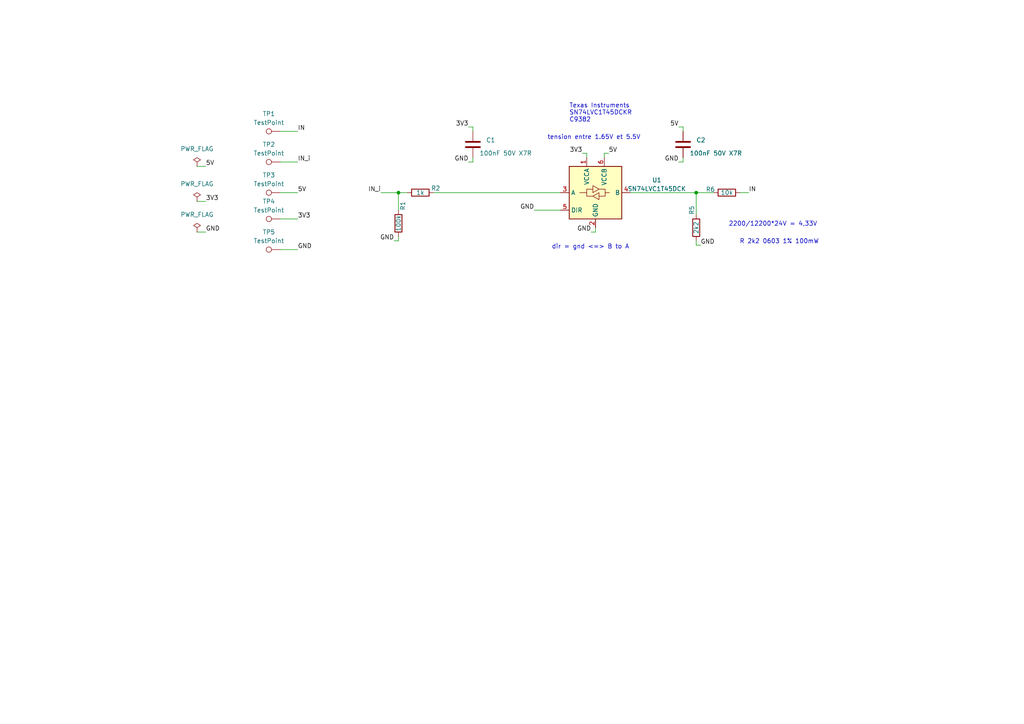
<source format=kicad_sch>
(kicad_sch (version 20231120) (generator "eeschema") (generator_version "8.0")
  (paper "A4")
  (title_block (title "Module OUT 1 5V") (date "2024-03-04") (rev "00") (company "Style And Design") (comment 1 "T.ORLANDI"))
  (lib_symbols
    (symbol "Connector:TestPoint" (pin_numbers hide) (pin_names (offset 0.762) hide)
      (property "Reference" "TP" (at 0 6.858 0))
      (property "Value" "TestPoint" (at 0 5.08 0))
      (symbol "TestPoint_0_1"
        (circle (center 0 3.302) (radius 0.762))
      )
      (symbol "TestPoint_1_1"
        (pin passive line (at 0 0 90) (length 2.54) (name "1") (number "1"))
      )
    )
    (symbol "Device:C" (pin_numbers hide) (pin_names (offset 0.254))
      (property "Reference" "C" (at 0.635 2.54 0))
      (property "Value" "C" (at 0.635 -2.54 0))
      (symbol "C_0_1"
        (polyline (pts (xy -2.032 -0.762) (xy 2.032 -0.762)) (stroke (width 0.508)))
        (polyline (pts (xy -2.032 0.762) (xy 2.032 0.762)) (stroke (width 0.508)))
      )
      (symbol "C_1_1"
        (pin passive line (at 0 3.81 270) (length 2.794) (name "~") (number "1"))
        (pin passive line (at 0 -3.81 90) (length 2.794) (name "~") (number "2"))
      )
    )
    (symbol "Device:R" (pin_numbers hide) (pin_names (offset 0))
      (property "Reference" "R" (at 2.032 0 90))
      (property "Value" "R" (at 0 0 90))
      (symbol "R_0_1"
        (rectangle (start -1.016 -2.54) (end 1.016 2.54) (stroke (width 0.254)))
      )
      (symbol "R_1_1"
        (pin passive line (at 0 3.81 270) (length 1.27) (name "~") (number "1"))
        (pin passive line (at 0 -3.81 90) (length 1.27) (name "~") (number "2"))
      )
    )
    (symbol "Logic_LevelTranslator:SN74LVC1T45DCK"
      (property "Reference" "U" (at -6.35 8.89 0))
      (property "Value" "SN74LVC1T45DCK" (at 3.81 8.89 0))
      (symbol "SN74LVC1T45DCK_0_1"
        (rectangle (start -7.62 7.62) (end 7.62 -7.62) (stroke (width 0.254)) (fill (type background)))
        (polyline (pts (xy -2.54 0) (xy -2.54 1.016) (xy -0.762 1.016)))
        (polyline (pts (xy 2.794 0) (xy 2.794 -1.016) (xy 1.016 -1.016)))
        (polyline (pts (xy -0.762 -1.016) (xy -2.54 -1.016) (xy -2.54 0) (xy -4.572 0)))
        (polyline (pts (xy -0.762 0) (xy -0.762 2.032) (xy 1.016 1.016) (xy -0.762 0)))
        (polyline (pts (xy 1.016 1.016) (xy 2.794 1.016) (xy 2.794 0) (xy 4.064 0)))
        (polyline (pts (xy 1.016 0) (xy 1.016 -1.778) (xy 1.016 -2.032) (xy -0.762 -1.016) (xy 1.016 0)))
      )
      (symbol "SN74LVC1T45DCK_1_1"
        (pin power_in line (at -2.54 10.16 270) (length 2.54) (name "VCCA") (number "1"))
        (pin power_in line (at 0 -10.16 90) (length 2.54) (name "GND") (number "2"))
        (pin bidirectional line (at -10.16 0 0) (length 2.54) (name "A") (number "3"))
        (pin bidirectional line (at 10.16 0 180) (length 2.54) (name "B") (number "4"))
        (pin input line (at -10.16 -5.08 0) (length 2.54) (name "DIR") (number "5"))
        (pin power_in line (at 2.54 10.16 270) (length 2.54) (name "VCCB") (number "6"))
      )
    )
    (symbol "power:PWR_FLAG" (power) (pin_numbers hide) (pin_names (offset 0) hide)
      (property "Value" "PWR_FLAG" (at 0 3.81 0))
      (symbol "PWR_FLAG_0_0"
        (pin power_out line (at 0 0 90) (length 0) (name "~") (number "1"))
      )
      (symbol "PWR_FLAG_0_1"
        (polyline (pts (xy 0 0) (xy 0 1.27) (xy -1.016 1.905) (xy 0 2.54) (xy 1.016 1.905) (xy 0 1.27)))
      )
    )
  )
  (junction (at 201.93 55.88))
  (junction (at 115.57 55.88))
  (wire (pts (xy 182.88 55.88) (xy 201.93 55.88)))
  (wire (pts (xy 81.28 46.99) (xy 86.36 46.99)))
  (wire (pts (xy 198.12 36.83) (xy 196.85 36.83)))
  (wire (pts (xy 57.15 48.26) (xy 59.69 48.26)))
  (wire (pts (xy 154.94 60.96) (xy 162.56 60.96)))
  (wire (pts (xy 137.16 38.1) (xy 137.16 36.83)))
  (wire (pts (xy 110.49 55.88) (xy 115.57 55.88)))
  (wire (pts (xy 81.28 38.1) (xy 86.36 38.1)))
  (wire (pts (xy 201.93 71.12) (xy 201.93 69.85)))
  (wire (pts (xy 115.57 55.88) (xy 118.11 55.88)))
  (wire (pts (xy 137.16 36.83) (xy 135.89 36.83)))
  (wire (pts (xy 176.53 44.45) (xy 175.26 44.45)))
  (wire (pts (xy 57.15 67.31) (xy 59.69 67.31)))
  (wire (pts (xy 114.3 69.85) (xy 115.57 69.85)))
  (wire (pts (xy 137.16 46.99) (xy 137.16 45.72)))
  (wire (pts (xy 171.45 67.31) (xy 172.72 67.31)))
  (wire (pts (xy 81.28 63.5) (xy 86.36 63.5)))
  (wire (pts (xy 81.28 72.39) (xy 86.36 72.39)))
  (wire (pts (xy 175.26 44.45) (xy 175.26 45.72)))
  (wire (pts (xy 196.85 46.99) (xy 198.12 46.99)))
  (wire (pts (xy 203.2 71.12) (xy 201.93 71.12)))
  (wire (pts (xy 170.18 44.45) (xy 170.18 45.72)))
  (wire (pts (xy 115.57 60.96) (xy 115.57 55.88)))
  (wire (pts (xy 201.93 55.88) (xy 207.01 55.88)))
  (wire (pts (xy 198.12 46.99) (xy 198.12 45.72)))
  (wire (pts (xy 125.73 55.88) (xy 162.56 55.88)))
  (wire (pts (xy 135.89 46.99) (xy 137.16 46.99)))
  (wire (pts (xy 115.57 69.85) (xy 115.57 68.58)))
  (wire (pts (xy 214.63 55.88) (xy 217.17 55.88)))
  (wire (pts (xy 198.12 38.1) (xy 198.12 36.83)))
  (wire (pts (xy 81.28 55.88) (xy 86.36 55.88)))
  (wire (pts (xy 172.72 67.31) (xy 172.72 66.04)))
  (wire (pts (xy 168.91 44.45) (xy 170.18 44.45)))
  (wire (pts (xy 57.15 58.42) (xy 59.69 58.42)))
  (wire (pts (xy 201.93 62.23) (xy 201.93 55.88)))
  (text "2200/12200*24V = 4,33V" (at 211.328 65.786 0) (effects (font (size 1.27 1.27)) (justify left bottom)))
  (text "R 2k2 0603 1% 100mW" (at 214.503 70.866 0) (effects (font (size 1.27 1.27)) (justify left bottom)))
  (text "Texas Instruments\nSN74LVC1T45DCKR\nC9382 \n" (at 165.1 35.56 0) (effects (font (size 1.27 1.27)) (justify left bottom)))
  (text "tension entre 1.65V et 5.5V\n" (at 158.75 40.64 0) (effects (font (size 1.27 1.27)) (justify left bottom)))
  (text "dir = gnd <=> B to A" (at 160.02 72.39 0) (effects (font (size 1.27 1.27)) (justify left bottom)))
  (label "IN" (at 86.36 38.1 0))
  (label "5V" (at 176.53 44.45 0))
  (label "5V" (at 59.69 48.26 0))
  (label "3V3" (at 86.36 63.5 0))
  (label "GND" (at 135.89 46.99 180))
  (label "3V3" (at 135.89 36.83 180))
  (label "GND" (at 59.69 67.31 0))
  (label "3V3" (at 168.91 44.45 180))
  (label "GND" (at 196.85 46.99 180))
  (label "IN_i" (at 110.49 55.88 180))
  (label "GND" (at 171.45 67.31 180))
  (label "IN" (at 217.17 55.88 0))
  (label "GND" (at 203.2 71.12 0))
  (label "GND" (at 154.94 60.96 180))
  (label "3V3" (at 59.69 58.42 0))
  (label "GND" (at 114.3 69.85 180))
  (label "GND" (at 86.36 72.39 0))
  (label "IN_i" (at 86.36 46.99 0))
  (label "5V" (at 86.36 55.88 0))
  (label "5V" (at 196.85 36.83 180))
  (symbol (lib_id "power:PWR_FLAG") (at 57.15 48.26 0) (unit 1)
    (property "Reference" "#FLG01" (effects (hide yes)))
    (property "Value" "PWR_FLAG" (at 57.15 43.18 0))
    (property "Description" "Special symbol for telling ERC where power comes from" (effects (hide yes)))
  )
  (symbol (lib_id "Device:R") (at 115.57 64.77 0) (unit 1)
    (property "Reference" "R1" (at 116.84 59.69 90))
    (property "Value" "100k" (at 115.57 64.77 90))
    (property "Footprint" "Resistor_SMD:R_0603_1608Metric" (effects (hide yes)))
    (property "LCSC" "C25803" (effects (hide yes)))
  )
  (symbol (lib_id "Connector:TestPoint") (at 81.28 38.1 90) (unit 1) (in_bom no)
    (property "Reference" "TP1" (at 77.978 33.02 90))
    (property "Value" "TestPoint" (at 77.978 35.56 90))
    (property "Footprint" "Chimere_comps:Pastille" (effects (hide yes)))
  )
  (symbol (lib_id "Logic_LevelTranslator:SN74LVC1T45DCK") (at 172.72 55.88 0) (unit 1)
    (property "Reference" "U1" (at 190.5 52.2321 0))
    (property "Value" "SN74LVC1T45DCK" (at 190.5 54.7721 0))
    (property "Footprint" "Package_TO_SOT_SMD:SOT-363_SC-70-6" (effects (hide yes)))
    (property "Datasheet" "http://www.ti.com/lit/ds/symlink/sn74lvc1t45.pdf" (effects (hide yes)))
    (property "LCSC" "C9382" (effects (hide yes)))
  )
  (symbol (lib_id "power:PWR_FLAG") (at 57.15 58.42 0) (unit 1)
    (property "Reference" "#FLG02" (effects (hide yes)))
    (property "Value" "PWR_FLAG" (at 57.15 53.34 0))
    (property "Description" "Special symbol for telling ERC where power comes from" (effects (hide yes)))
  )
  (symbol (lib_id "Connector:TestPoint") (at 81.28 46.99 90) (unit 1) (in_bom no)
    (property "Reference" "TP2" (at 77.978 41.91 90))
    (property "Value" "TestPoint" (at 77.978 44.45 90))
    (property "Footprint" "Chimere_comps:Pastille" (effects (hide yes)))
  )
  (symbol (lib_id "power:PWR_FLAG") (at 57.15 67.31 0) (unit 1)
    (property "Reference" "#FLG03" (effects (hide yes)))
    (property "Value" "PWR_FLAG" (at 57.15 62.23 0))
    (property "Description" "Special symbol for telling ERC where power comes from" (effects (hide yes)))
  )
  (symbol (lib_id "Connector:TestPoint") (at 81.28 55.88 90) (unit 1) (in_bom no)
    (property "Reference" "TP3" (at 77.978 50.8 90))
    (property "Value" "TestPoint" (at 77.978 53.34 90))
    (property "Footprint" "Chimere_comps:Pastille" (effects (hide yes)))
  )
  (symbol (lib_id "Device:R") (at 121.92 55.88 90) (unit 1)
    (property "Reference" "R2" (at 126.365 54.61 90))
    (property "Value" "1k" (at 121.92 55.88 90))
    (property "Footprint" "Resistor_SMD:R_0603_1608Metric" (effects (hide yes)))
    (property "LCSC" "C21190" (effects (hide yes)))
  )
  (symbol (lib_id "Device:R") (at 201.93 66.04 0) (mirror y) (unit 1)
    (property "Reference" "R5" (at 200.66 60.96 90))
    (property "Value" "2k2" (at 201.93 66.04 90))
    (property "Footprint" "Resistor_SMD:R_0603_1608Metric" (effects (hide yes)))
    (property "LCSC" "C4190" (effects (hide yes)))
  )
  (symbol (lib_id "Connector:TestPoint") (at 81.28 72.39 90) (unit 1) (in_bom no)
    (property "Reference" "TP5" (at 77.978 67.31 90))
    (property "Value" "TestPoint" (at 77.978 69.85 90))
    (property "Footprint" "Chimere_comps:Pastille" (effects (hide yes)))
  )
  (symbol (lib_id "Device:R") (at 210.82 55.88 90) (mirror x) (unit 1)
    (property "Reference" "R6" (at 206.0575 54.9275 90))
    (property "Value" "10k" (at 210.82 55.88 90))
    (property "Footprint" "Resistor_SMD:R_0603_1608Metric" (effects (hide yes)))
    (property "LCSC" "C25804" (effects (hide yes)))
  )
  (symbol (lib_id "Device:C") (at 137.16 41.91 0) (unit 1)
    (property "Reference" "C1" (at 140.97 40.6399 0) (effects (justify left)))
    (property "Value" "100nF 50V X7R" (at 139.065 44.45 0) (effects (justify left)))
    (property "Footprint" "Capacitor_SMD:C_0603_1608Metric" (effects (hide yes)))
    (property "LCSC" "C14663" (effects (hide yes)))
  )
  (symbol (lib_id "Device:C") (at 198.12 41.91 0) (unit 1)
    (property "Reference" "C2" (at 201.93 40.6399 0) (effects (justify left)))
    (property "Value" "100nF 50V X7R" (at 200.025 44.45 0) (effects (justify left)))
    (property "Footprint" "Capacitor_SMD:C_0603_1608Metric" (effects (hide yes)))
    (property "LCSC" "C14663" (effects (hide yes)))
  )
  (symbol (lib_id "Connector:TestPoint") (at 81.28 63.5 90) (unit 1) (in_bom no)
    (property "Reference" "TP4" (at 77.978 58.42 90))
    (property "Value" "TestPoint" (at 77.978 60.96 90))
    (property "Footprint" "Chimere_comps:Pastille" (effects (hide yes)))
  )
)
</source>
